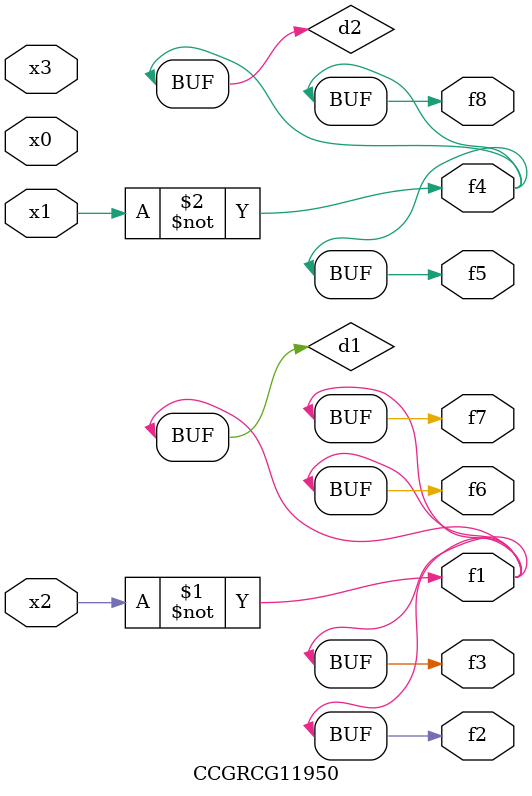
<source format=v>
module CCGRCG11950(
	input x0, x1, x2, x3,
	output f1, f2, f3, f4, f5, f6, f7, f8
);

	wire d1, d2;

	xnor (d1, x2);
	not (d2, x1);
	assign f1 = d1;
	assign f2 = d1;
	assign f3 = d1;
	assign f4 = d2;
	assign f5 = d2;
	assign f6 = d1;
	assign f7 = d1;
	assign f8 = d2;
endmodule

</source>
